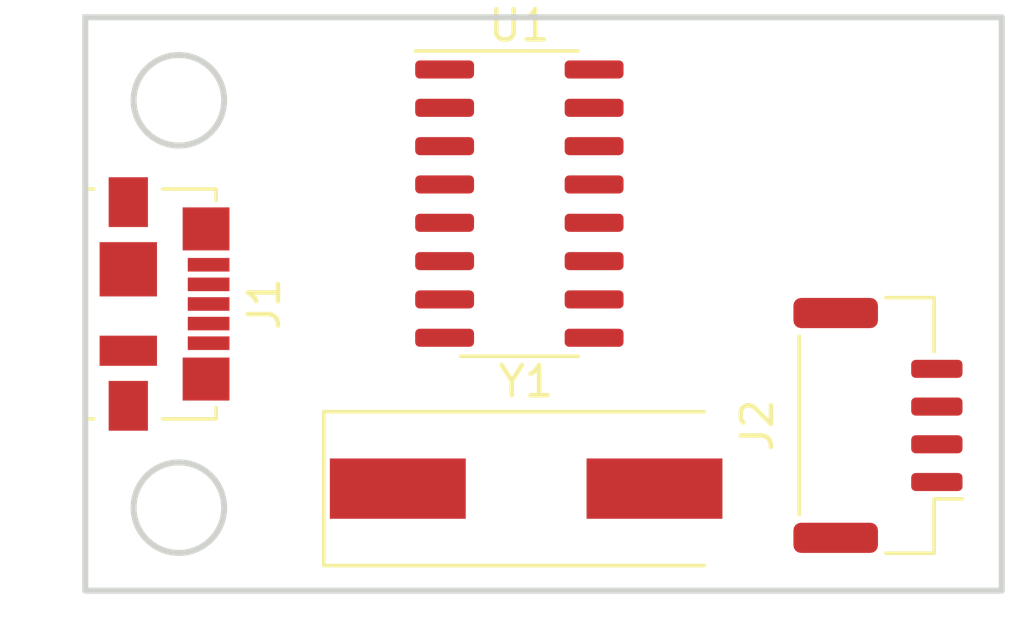
<source format=kicad_pcb>
(kicad_pcb (version 20211014) (generator pcbnew)
  (layers (0 "F.Cu" signal) (31 "B.Cu" signal) (34 "B.Paste" user) (35 "F.Paste" user) (36 "B.SilkS" user "B.Silkscreen") (37 "F.SilkS" user "F.Silkscreen") (38 "B.Mask" user) (39 "F.Mask" user) (44 "Edge.Cuts" user))
  (net 0 "")
  (footprint "Connector_USB:USB_Micro-B_Molex_47346-0001" (layer "F.Cu") (at 162.775 101.6 -90)
    (fp_text reference "J1" (at 0 -3.3 90) (layer "F.SilkS"))
    (fp_text value "USB_B_Micro")
    (fp_line (start -3.81 0.06) (end -3.81 -1.71) (layer "F.SilkS") (width 0.12))
    (fp_line (start -3.81 2.6) (end -3.81 2.34) (layer "F.SilkS") (width 0.12))
    (fp_line (start 3.81 -1.71) (end 3.81 0.06) (layer "F.SilkS") (width 0.12))
    (fp_line (start 3.81 2.34) (end 3.81 2.6) (layer "F.SilkS") (width 0.12))
    (fp_line (start -3.81 -1.71) (end -3.43 -1.71) (layer "F.SilkS") (width 0.12))
    (fp_line (start 3.81 -1.71) (end 3.43 -1.71) (layer "F.SilkS") (width 0.12))
    (pad "1" smd rect (at -1.3 -1.46 270) (size 0.45 1.38) (layers "F.Cu" "F.Paste" "F.Mask"))
    (pad "2" smd rect (at -0.65 -1.46 270) (size 0.45 1.38) (layers "F.Cu" "F.Paste" "F.Mask"))
    (pad "3" smd rect (at 0 -1.46 270) (size 0.45 1.38) (layers "F.Cu" "F.Paste" "F.Mask"))
    (pad "4" smd rect (at 0.65 -1.46 270) (size 0.45 1.38) (layers "F.Cu" "F.Paste" "F.Mask"))
    (pad "5" smd rect (at 1.3 -1.46 270) (size 0.45 1.38) (layers "F.Cu" "F.Paste" "F.Mask"))
    (pad "6" smd rect (at -1.15 1.2 270) (size 1.8 1.9) (layers "F.Cu" "F.Paste" "F.Mask"))
    (pad "6" smd rect (at -2.4875 -1.375 270) (size 1.425 1.55) (layers "F.Cu" "F.Paste" "F.Mask"))
    (pad "6" smd rect (at 1.55 1.2 270) (size 1 1.9) (layers "F.Cu" "F.Paste" "F.Mask"))
    (pad "6" smd rect (at 2.4875 -1.375 270) (size 1.425 1.55) (layers "F.Cu" "F.Paste" "F.Mask"))
    (pad "6" smd rect (at 3.375 1.2 270) (size 1.65 1.3) (layers "F.Cu" "F.Paste" "F.Mask"))
    (pad "6" smd rect (at -3.375 1.2 270) (size 1.65 1.3) (layers "F.Cu" "F.Paste" "F.Mask"))
  )
  (footprint "Connector_JST:JST_GH_BM04B-GHS-TBT_1x04-1MP_P1.25mm_Vertical" (layer "F.Cu") (at 186.4 105.625 90)
    (fp_text reference "J2" (at 0 -4 90) (layer "F.SilkS"))
    (fp_text value "Conn_01x04_Male")
    (fp_line (start 4.235 0.26) (end 4.235 1.86) (layer "F.SilkS") (width 0.12))
    (fp_line (start 4.235 1.86) (end 2.435 1.86) (layer "F.SilkS") (width 0.12))
    (fp_line (start -2.965 -2.61) (end 2.965 -2.61) (layer "F.SilkS") (width 0.12))
    (fp_line (start -4.235 0.26) (end -4.235 1.86) (layer "F.SilkS") (width 0.12))
    (fp_line (start -4.235 1.86) (end -2.435 1.86) (layer "F.SilkS") (width 0.12))
    (fp_line (start -2.435 1.86) (end -2.435 2.8) (layer "F.SilkS") (width 0.12))
    (pad "1" smd roundrect (at -1.875 1.95 90) (size 0.6 1.7) (layers "F.Cu" "F.Paste" "F.Mask"))
    (pad "2" smd roundrect (at -0.625 1.95 90) (size 0.6 1.7) (layers "F.Cu" "F.Paste" "F.Mask"))
    (pad "3" smd roundrect (at 0.625 1.95 90) (size 0.6 1.7) (layers "F.Cu" "F.Paste" "F.Mask"))
    (pad "4" smd roundrect (at 1.875 1.95 90) (size 0.6 1.7) (layers "F.Cu" "F.Paste" "F.Mask"))
    (pad "MP" smd roundrect (at -3.725 -1.4 90) (size 1 2.8) (layers "F.Cu" "F.Paste" "F.Mask"))
    (pad "MP" smd roundrect (at 3.725 -1.4 90) (size 1 2.8) (layers "F.Cu" "F.Paste" "F.Mask"))
  )
  (footprint "Package_SO:SOIC-16_3.9x9.9mm_P1.27mm" (layer "F.Cu") (at 174.525 98.274252)
    (fp_text reference "U1" (at 0 -5.9) (layer "F.SilkS"))
    (fp_text value "CH340G")
    (fp_line (start 0 -5.06) (end -3.45 -5.06) (layer "F.SilkS") (width 0.12))
    (fp_line (start 0 5.06) (end 1.95 5.06) (layer "F.SilkS") (width 0.12))
    (fp_line (start 0 5.06) (end -1.95 5.06) (layer "F.SilkS") (width 0.12))
    (fp_line (start 0 -5.06) (end 1.95 -5.06) (layer "F.SilkS") (width 0.12))
    (pad "1" smd roundrect (at -2.475 -4.445) (size 1.95 0.6) (layers "F.Cu" "F.Paste" "F.Mask"))
    (pad "2" smd roundrect (at -2.475 -3.175) (size 1.95 0.6) (layers "F.Cu" "F.Paste" "F.Mask"))
    (pad "3" smd roundrect (at -2.475 -1.905) (size 1.95 0.6) (layers "F.Cu" "F.Paste" "F.Mask"))
    (pad "4" smd roundrect (at -2.475 -0.635) (size 1.95 0.6) (layers "F.Cu" "F.Paste" "F.Mask"))
    (pad "5" smd roundrect (at -2.475 0.635) (size 1.95 0.6) (layers "F.Cu" "F.Paste" "F.Mask"))
    (pad "6" smd roundrect (at -2.475 1.905) (size 1.95 0.6) (layers "F.Cu" "F.Paste" "F.Mask"))
    (pad "7" smd roundrect (at -2.475 3.175) (size 1.95 0.6) (layers "F.Cu" "F.Paste" "F.Mask"))
    (pad "8" smd roundrect (at -2.475 4.445) (size 1.95 0.6) (layers "F.Cu" "F.Paste" "F.Mask"))
    (pad "9" smd roundrect (at 2.475 4.445) (size 1.95 0.6) (layers "F.Cu" "F.Paste" "F.Mask"))
    (pad "10" smd roundrect (at 2.475 3.175) (size 1.95 0.6) (layers "F.Cu" "F.Paste" "F.Mask"))
    (pad "11" smd roundrect (at 2.475 1.905) (size 1.95 0.6) (layers "F.Cu" "F.Paste" "F.Mask"))
    (pad "12" smd roundrect (at 2.475 0.635) (size 1.95 0.6) (layers "F.Cu" "F.Paste" "F.Mask"))
    (pad "13" smd roundrect (at 2.475 -0.635) (size 1.95 0.6) (layers "F.Cu" "F.Paste" "F.Mask"))
    (pad "14" smd roundrect (at 2.475 -1.905) (size 1.95 0.6) (layers "F.Cu" "F.Paste" "F.Mask"))
    (pad "15" smd roundrect (at 2.475 -3.175) (size 1.95 0.6) (layers "F.Cu" "F.Paste" "F.Mask"))
    (pad "16" smd roundrect (at 2.475 -4.445) (size 1.95 0.6) (layers "F.Cu" "F.Paste" "F.Mask"))
  )
  (footprint "Crystal:Crystal_SMD_HC49-SD" (layer "F.Cu") (at 174.75 107.719375)
    (fp_text reference "Y1" (at 0 -3.55) (layer "F.SilkS"))
    (fp_text value "Crystal")
    (fp_line (start -6.7 -2.55) (end -6.7 2.55) (layer "F.SilkS") (width 0.12))
    (fp_line (start 5.9 -2.55) (end -6.7 -2.55) (layer "F.SilkS") (width 0.12))
    (fp_line (start -6.7 2.55) (end 5.9 2.55) (layer "F.SilkS") (width 0.12))
    (pad "1" smd rect (at -4.25 0) (size 4.5 2) (layers "F.Cu" "F.Paste" "F.Mask"))
    (pad "2" smd rect (at 4.25 0) (size 4.5 2) (layers "F.Cu" "F.Paste" "F.Mask"))
  )
  (gr_rect (start 160.15 92.1) (end 190.5 111.1) (layer "Edge.Cuts") (width 0.2) (fill none))
  (gr_circle (center 163.25 94.85) (end 164.75 94.85) (layer "Edge.Cuts") (width 0.2) (fill none))
  (gr_circle (center 163.25 108.35) (end 164.75 108.35) (layer "Edge.Cuts") (width 0.2) (fill none))
)
</source>
